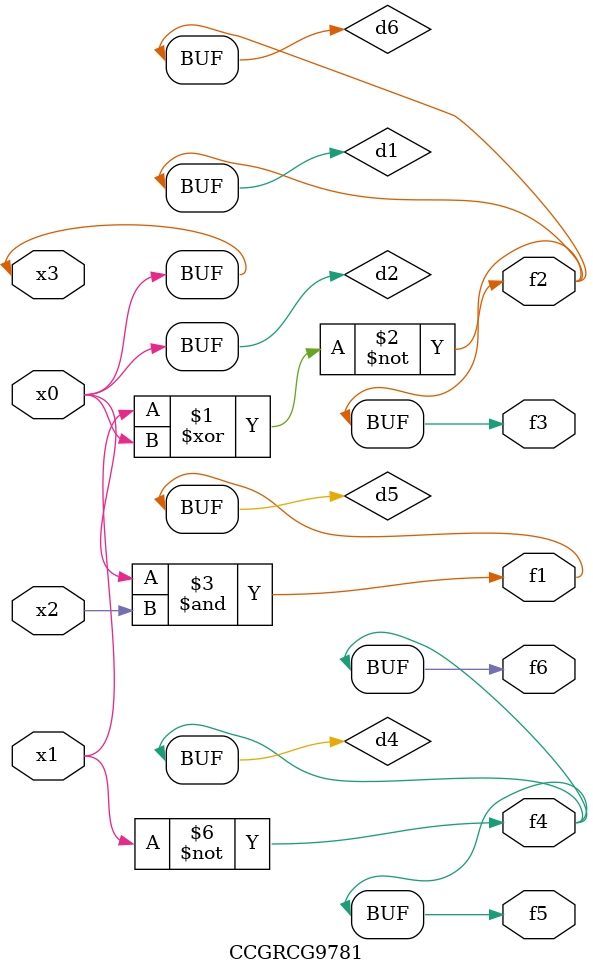
<source format=v>
module CCGRCG9781(
	input x0, x1, x2, x3,
	output f1, f2, f3, f4, f5, f6
);

	wire d1, d2, d3, d4, d5, d6;

	xnor (d1, x1, x3);
	buf (d2, x0, x3);
	nand (d3, x0, x2);
	not (d4, x1);
	nand (d5, d3);
	or (d6, d1);
	assign f1 = d5;
	assign f2 = d6;
	assign f3 = d6;
	assign f4 = d4;
	assign f5 = d4;
	assign f6 = d4;
endmodule

</source>
